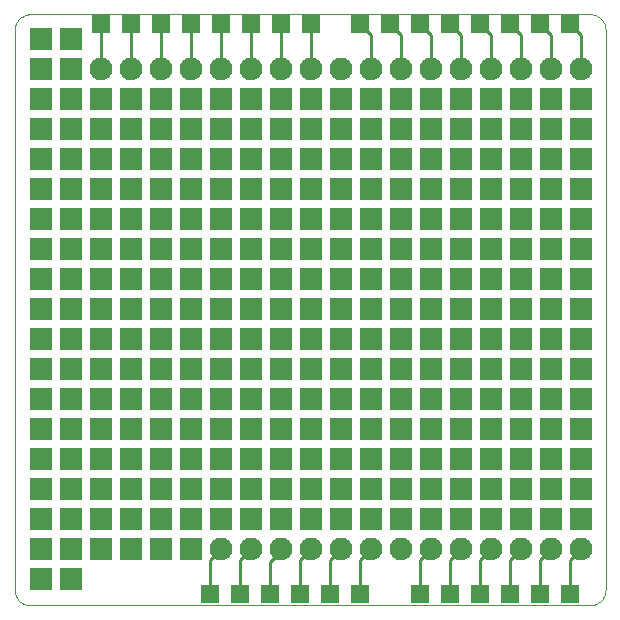
<source format=gtl>
G04 This is an RS-274x file exported by *
G04 gerbv version 2.5.0 *
G04 More information is available about gerbv at *
G04 http://gerbv.gpleda.org/ *
G04 --End of header info--*
%MOIN*%
%FSLAX23Y23*%
%IPPOS*%
G04 --Define apertures--*
%ADD10C,0.0004*%
%ADD11R,0.0600X0.0600*%
%ADD12C,0.0760*%
%ADD13C,0.0100*%
%ADD14R,0.0630X0.0630*%
%ADD15R,0.0740X0.0740*%
G04 --Start main section--*
G54D10*
G01X00061Y00036D02*
G01X00995Y00036D01*
G01X00995Y00036D02*
G01X01930Y00036D01*
G01X01930Y00036D02*
G01X01934Y00037D01*
G01X01934Y00037D02*
G01X01938Y00037D01*
G01X01938Y00037D02*
G01X01943Y00038D01*
G01X01943Y00038D02*
G01X01947Y00039D01*
G01X01947Y00039D02*
G01X01951Y00041D01*
G01X01951Y00041D02*
G01X01955Y00043D01*
G01X01955Y00043D02*
G01X01958Y00045D01*
G01X01958Y00045D02*
G01X01962Y00048D01*
G01X01962Y00048D02*
G01X01965Y00051D01*
G01X01965Y00051D02*
G01X01968Y00054D01*
G01X01968Y00054D02*
G01X01971Y00058D01*
G01X01971Y00058D02*
G01X01973Y00061D01*
G01X01973Y00061D02*
G01X01975Y00065D01*
G01X01975Y00065D02*
G01X01977Y00069D01*
G01X01977Y00069D02*
G01X01978Y00073D01*
G01X01978Y00073D02*
G01X01979Y00078D01*
G01X01979Y00078D02*
G01X01979Y00082D01*
G01X01979Y00082D02*
G01X01980Y00086D01*
G01X01980Y00086D02*
G01X01980Y01096D01*
G01X01980Y01096D02*
G01X01980Y01955D01*
G01X01980Y01955D02*
G01X01979Y01959D01*
G01X01979Y01959D02*
G01X01979Y01964D01*
G01X01979Y01964D02*
G01X01978Y01968D01*
G01X01978Y01968D02*
G01X01977Y01972D01*
G01X01977Y01972D02*
G01X01975Y01976D01*
G01X01975Y01976D02*
G01X01973Y01980D01*
G01X01973Y01980D02*
G01X01971Y01984D01*
G01X01971Y01984D02*
G01X01968Y01987D01*
G01X01968Y01987D02*
G01X01965Y01990D01*
G01X01965Y01990D02*
G01X01962Y01993D01*
G01X01962Y01993D02*
G01X01958Y01996D01*
G01X01958Y01996D02*
G01X01955Y01998D01*
G01X01955Y01998D02*
G01X01951Y02000D01*
G01X01951Y02000D02*
G01X01947Y02002D01*
G01X01947Y02002D02*
G01X01943Y02003D01*
G01X01943Y02003D02*
G01X01938Y02004D01*
G01X01938Y02004D02*
G01X01934Y02005D01*
G01X01934Y02005D02*
G01X01930Y02005D01*
G01X01930Y02005D02*
G01X00995Y02005D01*
G01X00995Y02005D02*
G01X00061Y02005D01*
G01X00061Y02005D02*
G01X00057Y02005D01*
G01X00057Y02005D02*
G01X00052Y02004D01*
G01X00052Y02004D02*
G01X00048Y02003D01*
G01X00048Y02003D02*
G01X00044Y02002D01*
G01X00044Y02002D02*
G01X00040Y02000D01*
G01X00040Y02000D02*
G01X00036Y01998D01*
G01X00036Y01998D02*
G01X00032Y01996D01*
G01X00032Y01996D02*
G01X00029Y01993D01*
G01X00029Y01993D02*
G01X00026Y01990D01*
G01X00026Y01990D02*
G01X00023Y01987D01*
G01X00023Y01987D02*
G01X00020Y01984D01*
G01X00020Y01984D02*
G01X00018Y01980D01*
G01X00018Y01980D02*
G01X00016Y01976D01*
G01X00016Y01976D02*
G01X00014Y01972D01*
G01X00014Y01972D02*
G01X00013Y01968D01*
G01X00013Y01968D02*
G01X00012Y01964D01*
G01X00012Y01964D02*
G01X00011Y01959D01*
G01X00011Y01959D02*
G01X00011Y01955D01*
G01X00011Y01955D02*
G01X00011Y01021D01*
G01X00011Y01021D02*
G01X00011Y00086D01*
G01X00011Y00086D02*
G01X00011Y00082D01*
G01X00011Y00082D02*
G01X00012Y00078D01*
G01X00012Y00078D02*
G01X00013Y00073D01*
G01X00013Y00073D02*
G01X00014Y00069D01*
G01X00014Y00069D02*
G01X00016Y00065D01*
G01X00016Y00065D02*
G01X00018Y00061D01*
G01X00018Y00061D02*
G01X00020Y00058D01*
G01X00020Y00058D02*
G01X00023Y00054D01*
G01X00023Y00054D02*
G01X00026Y00051D01*
G01X00026Y00051D02*
G01X00029Y00048D01*
G01X00029Y00048D02*
G01X00032Y00045D01*
G01X00032Y00045D02*
G01X00036Y00043D01*
G01X00036Y00043D02*
G01X00040Y00041D01*
G01X00040Y00041D02*
G01X00044Y00039D01*
G01X00044Y00039D02*
G01X00048Y00038D01*
G01X00048Y00038D02*
G01X00052Y00037D01*
G01X00052Y00037D02*
G01X00057Y00037D01*
G01X00057Y00037D02*
G01X00061Y00036D01*
G54D11*
G01X00299Y01974D03*
G01X00399Y01974D03*
G01X00499Y01974D03*
G01X00599Y01974D03*
G01X00699Y01974D03*
G01X00799Y01974D03*
G01X00899Y01974D03*
G01X00999Y01974D03*
G01X01161Y01974D03*
G01X01261Y01974D03*
G01X01361Y01974D03*
G01X01461Y01974D03*
G01X01561Y01974D03*
G01X01661Y01974D03*
G01X01761Y01974D03*
G01X01861Y01974D03*
G54D12*
G01X01899Y01824D03*
G01X01799Y01824D03*
G01X01699Y01824D03*
G01X01599Y01824D03*
G01X01499Y01824D03*
G01X01399Y01824D03*
G01X01299Y01824D03*
G01X01199Y01824D03*
G01X01099Y01824D03*
G01X00999Y01824D03*
G01X00899Y01824D03*
G01X00799Y01824D03*
G01X00699Y01824D03*
G01X00599Y01824D03*
G01X00499Y01824D03*
G01X00399Y01824D03*
G01X00299Y01824D03*
G01X00699Y00224D03*
G01X00799Y00224D03*
G01X00899Y00224D03*
G01X00999Y00224D03*
G01X01099Y00224D03*
G01X01199Y00224D03*
G01X01299Y00224D03*
G01X01399Y00224D03*
G01X01499Y00224D03*
G01X01599Y00224D03*
G01X01699Y00224D03*
G01X01799Y00224D03*
G01X01899Y00224D03*
G54D13*
G01X01899Y00224D02*
G01X01861Y00186D01*
G01X01861Y00186D02*
G01X01861Y00074D01*
G01X01761Y00074D02*
G01X01761Y00186D01*
G01X01761Y00186D02*
G01X01799Y00224D01*
G01X01699Y00224D02*
G01X01661Y00186D01*
G01X01661Y00186D02*
G01X01661Y00074D01*
G01X01561Y00074D02*
G01X01561Y00186D01*
G01X01561Y00186D02*
G01X01599Y00224D01*
G01X01499Y00224D02*
G01X01461Y00186D01*
G01X01461Y00186D02*
G01X01461Y00074D01*
G01X01361Y00074D02*
G01X01361Y00186D01*
G01X01361Y00186D02*
G01X01399Y00224D01*
G01X01199Y00224D02*
G01X01161Y00186D01*
G01X01161Y00186D02*
G01X01161Y00074D01*
G01X01061Y00074D02*
G01X01061Y00186D01*
G01X01061Y00186D02*
G01X01099Y00224D01*
G01X00999Y00224D02*
G01X00961Y00186D01*
G01X00961Y00186D02*
G01X00961Y00074D01*
G01X00861Y00074D02*
G01X00861Y00180D01*
G01X00861Y00180D02*
G01X00899Y00218D01*
G01X00799Y00224D02*
G01X00761Y00186D01*
G01X00761Y00186D02*
G01X00761Y00074D01*
G01X00661Y00074D02*
G01X00661Y00186D01*
G01X00661Y00186D02*
G01X00699Y00224D01*
G01X00699Y01824D02*
G01X00699Y01974D01*
G01X00799Y01974D02*
G01X00799Y01824D01*
G01X00899Y01824D02*
G01X00899Y01974D01*
G01X00999Y01974D02*
G01X00999Y01824D01*
G01X01161Y01974D02*
G01X01199Y01936D01*
G01X01199Y01936D02*
G01X01199Y01824D01*
G01X01299Y01824D02*
G01X01299Y01936D01*
G01X01299Y01936D02*
G01X01261Y01974D01*
G01X01361Y01974D02*
G01X01399Y01936D01*
G01X01399Y01936D02*
G01X01399Y01824D01*
G01X01499Y01824D02*
G01X01499Y01936D01*
G01X01499Y01936D02*
G01X01461Y01974D01*
G01X01561Y01974D02*
G01X01599Y01936D01*
G01X01599Y01936D02*
G01X01599Y01824D01*
G01X01699Y01824D02*
G01X01699Y01936D01*
G01X01699Y01936D02*
G01X01661Y01974D01*
G01X01761Y01974D02*
G01X01799Y01936D01*
G01X01799Y01936D02*
G01X01799Y01824D01*
G01X01899Y01824D02*
G01X01899Y01936D01*
G01X01899Y01936D02*
G01X01861Y01974D01*
G01X00599Y01974D02*
G01X00599Y01824D01*
G01X00499Y01824D02*
G01X00499Y01974D01*
G01X00399Y01974D02*
G01X00399Y01824D01*
G01X00299Y01824D02*
G01X00299Y01974D01*
G54D14*
G01X00661Y00074D03*
G01X00761Y00074D03*
G01X00861Y00074D03*
G01X00961Y00074D03*
G01X01061Y00074D03*
G01X01161Y00074D03*
G01X01361Y00074D03*
G01X01461Y00074D03*
G01X01561Y00074D03*
G01X01661Y00074D03*
G01X01761Y00074D03*
G01X01861Y00074D03*
G54D15*
G01X01899Y00324D03*
G01X01899Y00424D03*
G01X01899Y00524D03*
G01X01899Y00624D03*
G01X01899Y00724D03*
G01X01899Y00824D03*
G01X01899Y00924D03*
G01X01899Y01024D03*
G01X01899Y01124D03*
G01X01899Y01224D03*
G01X01899Y01324D03*
G01X01899Y01424D03*
G01X01899Y01524D03*
G01X01899Y01624D03*
G01X01899Y01724D03*
G01X01799Y01724D03*
G01X01699Y01724D03*
G01X01599Y01724D03*
G01X01499Y01724D03*
G01X01399Y01724D03*
G01X01299Y01724D03*
G01X01199Y01724D03*
G01X01099Y01724D03*
G01X00999Y01724D03*
G01X00899Y01724D03*
G01X00799Y01724D03*
G01X00699Y01724D03*
G01X00599Y01724D03*
G01X00499Y01724D03*
G01X00399Y01724D03*
G01X00299Y01724D03*
G01X00299Y01624D03*
G01X00399Y01624D03*
G01X00499Y01624D03*
G01X00599Y01624D03*
G01X00699Y01624D03*
G01X00799Y01624D03*
G01X00899Y01624D03*
G01X00999Y01624D03*
G01X01099Y01624D03*
G01X01199Y01624D03*
G01X01299Y01624D03*
G01X01399Y01624D03*
G01X01499Y01624D03*
G01X01599Y01624D03*
G01X01699Y01624D03*
G01X01799Y01624D03*
G01X01799Y01524D03*
G01X01699Y01524D03*
G01X01599Y01524D03*
G01X01499Y01524D03*
G01X01399Y01524D03*
G01X01299Y01524D03*
G01X01199Y01524D03*
G01X01099Y01524D03*
G01X00999Y01524D03*
G01X00899Y01524D03*
G01X00799Y01524D03*
G01X00699Y01524D03*
G01X00599Y01524D03*
G01X00499Y01524D03*
G01X00399Y01524D03*
G01X00299Y01524D03*
G01X00299Y01424D03*
G01X00399Y01424D03*
G01X00499Y01424D03*
G01X00599Y01424D03*
G01X00699Y01424D03*
G01X00799Y01424D03*
G01X00899Y01424D03*
G01X00999Y01424D03*
G01X01099Y01424D03*
G01X01199Y01424D03*
G01X01299Y01424D03*
G01X01399Y01424D03*
G01X01499Y01424D03*
G01X01599Y01424D03*
G01X01699Y01424D03*
G01X01799Y01424D03*
G01X01799Y01324D03*
G01X01699Y01324D03*
G01X01599Y01324D03*
G01X01499Y01324D03*
G01X01399Y01324D03*
G01X01299Y01324D03*
G01X01199Y01324D03*
G01X01099Y01324D03*
G01X00999Y01324D03*
G01X00899Y01324D03*
G01X00799Y01324D03*
G01X00699Y01324D03*
G01X00599Y01324D03*
G01X00499Y01324D03*
G01X00399Y01324D03*
G01X00299Y01324D03*
G01X00299Y01224D03*
G01X00399Y01224D03*
G01X00499Y01224D03*
G01X00599Y01224D03*
G01X00699Y01224D03*
G01X00799Y01224D03*
G01X00899Y01224D03*
G01X00999Y01224D03*
G01X01099Y01224D03*
G01X01199Y01224D03*
G01X01299Y01224D03*
G01X01399Y01224D03*
G01X01499Y01224D03*
G01X01599Y01224D03*
G01X01699Y01224D03*
G01X01799Y01224D03*
G01X01799Y01124D03*
G01X01799Y01024D03*
G01X01699Y01024D03*
G01X01699Y01124D03*
G01X01599Y01124D03*
G01X01599Y01024D03*
G01X01499Y01024D03*
G01X01499Y01124D03*
G01X01399Y01124D03*
G01X01399Y01024D03*
G01X01299Y01024D03*
G01X01299Y01124D03*
G01X01199Y01124D03*
G01X01199Y01024D03*
G01X01099Y01024D03*
G01X01099Y01124D03*
G01X00999Y01124D03*
G01X00999Y01024D03*
G01X00899Y01024D03*
G01X00899Y01124D03*
G01X00799Y01124D03*
G01X00799Y01024D03*
G01X00699Y01024D03*
G01X00699Y01124D03*
G01X00599Y01124D03*
G01X00599Y01024D03*
G01X00499Y01024D03*
G01X00499Y01124D03*
G01X00399Y01124D03*
G01X00399Y01024D03*
G01X00299Y01024D03*
G01X00299Y01124D03*
G01X00199Y01124D03*
G01X00199Y01024D03*
G01X00099Y01024D03*
G01X00099Y01124D03*
G01X00099Y01224D03*
G01X00099Y01324D03*
G01X00099Y01424D03*
G01X00099Y01524D03*
G01X00099Y01624D03*
G01X00099Y01724D03*
G01X00099Y01824D03*
G01X00099Y01924D03*
G01X00199Y01924D03*
G01X00199Y01824D03*
G01X00199Y01724D03*
G01X00199Y01624D03*
G01X00199Y01524D03*
G01X00199Y01424D03*
G01X00199Y01324D03*
G01X00199Y01224D03*
G01X00199Y00924D03*
G01X00099Y00924D03*
G01X00099Y00824D03*
G01X00199Y00824D03*
G01X00199Y00724D03*
G01X00099Y00724D03*
G01X00099Y00624D03*
G01X00199Y00624D03*
G01X00199Y00524D03*
G01X00099Y00524D03*
G01X00099Y00424D03*
G01X00199Y00424D03*
G01X00199Y00324D03*
G01X00099Y00324D03*
G01X00099Y00224D03*
G01X00099Y00124D03*
G01X00199Y00124D03*
G01X00199Y00224D03*
G01X00299Y00224D03*
G01X00399Y00224D03*
G01X00399Y00324D03*
G01X00399Y00424D03*
G01X00399Y00524D03*
G01X00399Y00624D03*
G01X00399Y00724D03*
G01X00399Y00824D03*
G01X00399Y00924D03*
G01X00499Y00924D03*
G01X00599Y00924D03*
G01X00699Y00924D03*
G01X00799Y00924D03*
G01X00899Y00924D03*
G01X00999Y00924D03*
G01X01099Y00924D03*
G01X01199Y00924D03*
G01X01299Y00924D03*
G01X01399Y00924D03*
G01X01499Y00924D03*
G01X01599Y00924D03*
G01X01699Y00924D03*
G01X01799Y00924D03*
G01X01799Y00824D03*
G01X01699Y00824D03*
G01X01599Y00824D03*
G01X01499Y00824D03*
G01X01399Y00824D03*
G01X01299Y00824D03*
G01X01199Y00824D03*
G01X01099Y00824D03*
G01X00999Y00824D03*
G01X00899Y00824D03*
G01X00799Y00824D03*
G01X00699Y00824D03*
G01X00599Y00824D03*
G01X00499Y00824D03*
G01X00499Y00724D03*
G01X00599Y00724D03*
G01X00699Y00724D03*
G01X00799Y00724D03*
G01X00899Y00724D03*
G01X00999Y00724D03*
G01X01099Y00724D03*
G01X01199Y00724D03*
G01X01299Y00724D03*
G01X01399Y00724D03*
G01X01499Y00724D03*
G01X01599Y00724D03*
G01X01699Y00724D03*
G01X01799Y00724D03*
G01X01799Y00624D03*
G01X01699Y00624D03*
G01X01599Y00624D03*
G01X01499Y00624D03*
G01X01399Y00624D03*
G01X01299Y00624D03*
G01X01199Y00624D03*
G01X01099Y00624D03*
G01X00999Y00624D03*
G01X00899Y00624D03*
G01X00799Y00624D03*
G01X00699Y00624D03*
G01X00599Y00624D03*
G01X00499Y00624D03*
G01X00499Y00524D03*
G01X00599Y00524D03*
G01X00699Y00524D03*
G01X00799Y00524D03*
G01X00899Y00524D03*
G01X00999Y00524D03*
G01X01099Y00524D03*
G01X01199Y00524D03*
G01X01299Y00524D03*
G01X01399Y00524D03*
G01X01499Y00524D03*
G01X01599Y00524D03*
G01X01699Y00524D03*
G01X01799Y00524D03*
G01X01799Y00424D03*
G01X01699Y00424D03*
G01X01599Y00424D03*
G01X01499Y00424D03*
G01X01399Y00424D03*
G01X01299Y00424D03*
G01X01199Y00424D03*
G01X01099Y00424D03*
G01X00999Y00424D03*
G01X00899Y00424D03*
G01X00799Y00424D03*
G01X00699Y00424D03*
G01X00599Y00424D03*
G01X00499Y00424D03*
G01X00499Y00324D03*
G01X00599Y00324D03*
G01X00699Y00324D03*
G01X00799Y00324D03*
G01X00899Y00324D03*
G01X00999Y00324D03*
G01X01099Y00324D03*
G01X01199Y00324D03*
G01X01299Y00324D03*
G01X01399Y00324D03*
G01X01499Y00324D03*
G01X01599Y00324D03*
G01X01699Y00324D03*
G01X01799Y00324D03*
G01X00599Y00224D03*
G01X00499Y00224D03*
G01X00299Y00324D03*
G01X00299Y00424D03*
G01X00299Y00524D03*
G01X00299Y00624D03*
G01X00299Y00724D03*
G01X00299Y00824D03*
G01X00299Y00924D03*
M02*

</source>
